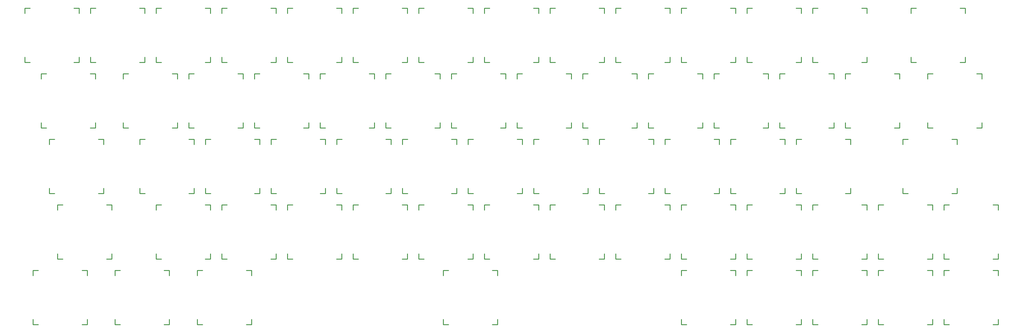
<source format=gto>
G04 Layer: TopSilkLayer*
G04 EasyEDA v6.4.7, 2020-11-18T11:17:11+08:00*
G04 fbb30233ba194d4b9104cbe7c287d4b3,98eef565fa774a6b8f51c3c50c7f61d6,10*
G04 Gerber Generator version 0.2*
G04 Scale: 100 percent, Rotated: No, Reflected: No *
G04 Dimensions in millimeters *
G04 leading zeros omitted , absolute positions ,3 integer and 3 decimal *
%FSLAX33Y33*%
%MOMM*%
G90*
D02*

%ADD10C,0.254000*%

%LPD*%
G54D10*
G01X52983Y1507D02*
G01X51459Y1507D01*
G01X51459Y3031D01*
G01X67208Y3031D02*
G01X67208Y1507D01*
G01X65684Y1507D01*
G01X65683Y17255D02*
G01X67207Y17255D01*
G01X67207Y15731D01*
G01X51459Y15731D02*
G01X51459Y17255D01*
G01X52983Y17255D01*
G01X29173Y1507D02*
G01X27649Y1507D01*
G01X27649Y3031D01*
G01X43398Y3031D02*
G01X43398Y1507D01*
G01X41874Y1507D01*
G01X41873Y17255D02*
G01X43397Y17255D01*
G01X43397Y15731D01*
G01X27649Y15731D02*
G01X27649Y17255D01*
G01X29173Y17255D01*
G01X5363Y1507D02*
G01X3839Y1507D01*
G01X3839Y3031D01*
G01X19588Y3031D02*
G01X19588Y1507D01*
G01X18064Y1507D01*
G01X18063Y17255D02*
G01X19587Y17255D01*
G01X19587Y15731D01*
G01X3839Y15731D02*
G01X3839Y17255D01*
G01X5363Y17255D01*
G01X10123Y39607D02*
G01X8599Y39607D01*
G01X8599Y41131D01*
G01X24348Y41131D02*
G01X24348Y39607D01*
G01X22824Y39607D01*
G01X22823Y55355D02*
G01X24347Y55355D01*
G01X24347Y53831D01*
G01X8599Y53831D02*
G01X8599Y55355D01*
G01X10123Y55355D01*
G01X12503Y20557D02*
G01X10979Y20557D01*
G01X10979Y22081D01*
G01X26728Y22081D02*
G01X26728Y20557D01*
G01X25204Y20557D01*
G01X25203Y36305D02*
G01X26727Y36305D01*
G01X26727Y34781D01*
G01X10979Y34781D02*
G01X10979Y36305D01*
G01X12503Y36305D01*
G01X260153Y77707D02*
G01X258629Y77707D01*
G01X258629Y79231D01*
G01X274378Y79231D02*
G01X274378Y77707D01*
G01X272854Y77707D01*
G01X272853Y93455D02*
G01X274377Y93455D01*
G01X274377Y91931D01*
G01X258629Y91931D02*
G01X258629Y93455D01*
G01X260153Y93455D01*
G01X257773Y39607D02*
G01X256249Y39607D01*
G01X256249Y41131D01*
G01X271998Y41131D02*
G01X271998Y39607D01*
G01X270474Y39607D01*
G01X270473Y55355D02*
G01X271997Y55355D01*
G01X271997Y53831D01*
G01X256249Y53831D02*
G01X256249Y55355D01*
G01X257773Y55355D01*
G01X269673Y1507D02*
G01X268149Y1507D01*
G01X268149Y3031D01*
G01X283898Y3031D02*
G01X283898Y1507D01*
G01X282374Y1507D01*
G01X282373Y17255D02*
G01X283897Y17255D01*
G01X283897Y15731D01*
G01X268149Y15731D02*
G01X268149Y17255D01*
G01X269673Y17255D01*
G01X250623Y1507D02*
G01X249099Y1507D01*
G01X249099Y3031D01*
G01X264848Y3031D02*
G01X264848Y1507D01*
G01X263324Y1507D01*
G01X263323Y17255D02*
G01X264847Y17255D01*
G01X264847Y15731D01*
G01X249099Y15731D02*
G01X249099Y17255D01*
G01X250623Y17255D01*
G01X231573Y1507D02*
G01X230049Y1507D01*
G01X230049Y3031D01*
G01X245798Y3031D02*
G01X245798Y1507D01*
G01X244274Y1507D01*
G01X244273Y17255D02*
G01X245797Y17255D01*
G01X245797Y15731D01*
G01X230049Y15731D02*
G01X230049Y17255D01*
G01X231573Y17255D01*
G01X212533Y1507D02*
G01X211009Y1507D01*
G01X211009Y3031D01*
G01X226758Y3031D02*
G01X226758Y1507D01*
G01X225234Y1507D01*
G01X225233Y17255D02*
G01X226757Y17255D01*
G01X226757Y15731D01*
G01X211009Y15731D02*
G01X211009Y17255D01*
G01X212533Y17255D01*
G01X193473Y1507D02*
G01X191949Y1507D01*
G01X191949Y3031D01*
G01X207698Y3031D02*
G01X207698Y1507D01*
G01X206174Y1507D01*
G01X206173Y17255D02*
G01X207697Y17255D01*
G01X207697Y15731D01*
G01X191949Y15731D02*
G01X191949Y17255D01*
G01X193473Y17255D01*
G01X269673Y20557D02*
G01X268149Y20557D01*
G01X268149Y22081D01*
G01X283898Y22081D02*
G01X283898Y20557D01*
G01X282374Y20557D01*
G01X282373Y36305D02*
G01X283897Y36305D01*
G01X283897Y34781D01*
G01X268149Y34781D02*
G01X268149Y36305D01*
G01X269673Y36305D01*
G01X250623Y20557D02*
G01X249099Y20557D01*
G01X249099Y22081D01*
G01X264848Y22081D02*
G01X264848Y20557D01*
G01X263324Y20557D01*
G01X263323Y36305D02*
G01X264847Y36305D01*
G01X264847Y34781D01*
G01X249099Y34781D02*
G01X249099Y36305D01*
G01X250623Y36305D01*
G01X231573Y20557D02*
G01X230049Y20557D01*
G01X230049Y22081D01*
G01X245798Y22081D02*
G01X245798Y20557D01*
G01X244274Y20557D01*
G01X244273Y36305D02*
G01X245797Y36305D01*
G01X245797Y34781D01*
G01X230049Y34781D02*
G01X230049Y36305D01*
G01X231573Y36305D01*
G01X212533Y20557D02*
G01X211009Y20557D01*
G01X211009Y22081D01*
G01X226758Y22081D02*
G01X226758Y20557D01*
G01X225234Y20557D01*
G01X225233Y36305D02*
G01X226757Y36305D01*
G01X226757Y34781D01*
G01X211009Y34781D02*
G01X211009Y36305D01*
G01X212533Y36305D01*
G01X193473Y20557D02*
G01X191949Y20557D01*
G01X191949Y22081D01*
G01X207698Y22081D02*
G01X207698Y20557D01*
G01X206174Y20557D01*
G01X206173Y36305D02*
G01X207697Y36305D01*
G01X207697Y34781D01*
G01X191949Y34781D02*
G01X191949Y36305D01*
G01X193473Y36305D01*
G01X174433Y20557D02*
G01X172909Y20557D01*
G01X172909Y22081D01*
G01X188658Y22081D02*
G01X188658Y20557D01*
G01X187134Y20557D01*
G01X187133Y36305D02*
G01X188657Y36305D01*
G01X188657Y34781D01*
G01X172909Y34781D02*
G01X172909Y36305D01*
G01X174433Y36305D01*
G01X155373Y20557D02*
G01X153849Y20557D01*
G01X153849Y22081D01*
G01X169598Y22081D02*
G01X169598Y20557D01*
G01X168074Y20557D01*
G01X168073Y36305D02*
G01X169597Y36305D01*
G01X169597Y34781D01*
G01X153849Y34781D02*
G01X153849Y36305D01*
G01X155373Y36305D01*
G01X136323Y20557D02*
G01X134799Y20557D01*
G01X134799Y22081D01*
G01X150548Y22081D02*
G01X150548Y20557D01*
G01X149024Y20557D01*
G01X149023Y36305D02*
G01X150547Y36305D01*
G01X150547Y34781D01*
G01X134799Y34781D02*
G01X134799Y36305D01*
G01X136323Y36305D01*
G01X117283Y20557D02*
G01X115759Y20557D01*
G01X115759Y22081D01*
G01X131508Y22081D02*
G01X131508Y20557D01*
G01X129984Y20557D01*
G01X129983Y36305D02*
G01X131507Y36305D01*
G01X131507Y34781D01*
G01X115759Y34781D02*
G01X115759Y36305D01*
G01X117283Y36305D01*
G01X98233Y20557D02*
G01X96709Y20557D01*
G01X96709Y22081D01*
G01X112458Y22081D02*
G01X112458Y20557D01*
G01X110934Y20557D01*
G01X110933Y36305D02*
G01X112457Y36305D01*
G01X112457Y34781D01*
G01X96709Y34781D02*
G01X96709Y36305D01*
G01X98233Y36305D01*
G01X79183Y20557D02*
G01X77659Y20557D01*
G01X77659Y22081D01*
G01X93408Y22081D02*
G01X93408Y20557D01*
G01X91884Y20557D01*
G01X91883Y36305D02*
G01X93407Y36305D01*
G01X93407Y34781D01*
G01X77659Y34781D02*
G01X77659Y36305D01*
G01X79183Y36305D01*
G01X60123Y20557D02*
G01X58599Y20557D01*
G01X58599Y22081D01*
G01X74348Y22081D02*
G01X74348Y20557D01*
G01X72824Y20557D01*
G01X72823Y36305D02*
G01X74347Y36305D01*
G01X74347Y34781D01*
G01X58599Y34781D02*
G01X58599Y36305D01*
G01X60123Y36305D01*
G01X41073Y20557D02*
G01X39549Y20557D01*
G01X39549Y22081D01*
G01X55298Y22081D02*
G01X55298Y20557D01*
G01X53774Y20557D01*
G01X53773Y36305D02*
G01X55297Y36305D01*
G01X55297Y34781D01*
G01X39549Y34781D02*
G01X39549Y36305D01*
G01X41073Y36305D01*
G01X226813Y39607D02*
G01X225289Y39607D01*
G01X225289Y41131D01*
G01X241038Y41131D02*
G01X241038Y39607D01*
G01X239514Y39607D01*
G01X239513Y55355D02*
G01X241037Y55355D01*
G01X241037Y53831D01*
G01X225289Y53831D02*
G01X225289Y55355D01*
G01X226813Y55355D01*
G01X207763Y39607D02*
G01X206239Y39607D01*
G01X206239Y41131D01*
G01X221988Y41131D02*
G01X221988Y39607D01*
G01X220464Y39607D01*
G01X220463Y55355D02*
G01X221987Y55355D01*
G01X221987Y53831D01*
G01X206239Y53831D02*
G01X206239Y55355D01*
G01X207763Y55355D01*
G01X188713Y39607D02*
G01X187189Y39607D01*
G01X187189Y41131D01*
G01X202938Y41131D02*
G01X202938Y39607D01*
G01X201414Y39607D01*
G01X201413Y55355D02*
G01X202937Y55355D01*
G01X202937Y53831D01*
G01X187189Y53831D02*
G01X187189Y55355D01*
G01X188713Y55355D01*
G01X169663Y39607D02*
G01X168139Y39607D01*
G01X168139Y41131D01*
G01X183888Y41131D02*
G01X183888Y39607D01*
G01X182364Y39607D01*
G01X182363Y55355D02*
G01X183887Y55355D01*
G01X183887Y53831D01*
G01X168139Y53831D02*
G01X168139Y55355D01*
G01X169663Y55355D01*
G01X150613Y39607D02*
G01X149089Y39607D01*
G01X149089Y41131D01*
G01X164838Y41131D02*
G01X164838Y39607D01*
G01X163314Y39607D01*
G01X163313Y55355D02*
G01X164837Y55355D01*
G01X164837Y53831D01*
G01X149089Y53831D02*
G01X149089Y55355D01*
G01X150613Y55355D01*
G01X131563Y39607D02*
G01X130039Y39607D01*
G01X130039Y41131D01*
G01X145788Y41131D02*
G01X145788Y39607D01*
G01X144264Y39607D01*
G01X144263Y55355D02*
G01X145787Y55355D01*
G01X145787Y53831D01*
G01X130039Y53831D02*
G01X130039Y55355D01*
G01X131563Y55355D01*
G01X112513Y39607D02*
G01X110989Y39607D01*
G01X110989Y41131D01*
G01X126738Y41131D02*
G01X126738Y39607D01*
G01X125214Y39607D01*
G01X125213Y55355D02*
G01X126737Y55355D01*
G01X126737Y53831D01*
G01X110989Y53831D02*
G01X110989Y55355D01*
G01X112513Y55355D01*
G01X93463Y39607D02*
G01X91939Y39607D01*
G01X91939Y41131D01*
G01X107688Y41131D02*
G01X107688Y39607D01*
G01X106164Y39607D01*
G01X106163Y55355D02*
G01X107687Y55355D01*
G01X107687Y53831D01*
G01X91939Y53831D02*
G01X91939Y55355D01*
G01X93463Y55355D01*
G01X74413Y39607D02*
G01X72889Y39607D01*
G01X72889Y41131D01*
G01X88638Y41131D02*
G01X88638Y39607D01*
G01X87114Y39607D01*
G01X87113Y55355D02*
G01X88637Y55355D01*
G01X88637Y53831D01*
G01X72889Y53831D02*
G01X72889Y55355D01*
G01X74413Y55355D01*
G01X55363Y39607D02*
G01X53839Y39607D01*
G01X53839Y41131D01*
G01X69588Y41131D02*
G01X69588Y39607D01*
G01X68064Y39607D01*
G01X68063Y55355D02*
G01X69587Y55355D01*
G01X69587Y53831D01*
G01X53839Y53831D02*
G01X53839Y55355D01*
G01X55363Y55355D01*
G01X36313Y39607D02*
G01X34789Y39607D01*
G01X34789Y41131D01*
G01X50538Y41131D02*
G01X50538Y39607D01*
G01X49014Y39607D01*
G01X49013Y55355D02*
G01X50537Y55355D01*
G01X50537Y53831D01*
G01X34789Y53831D02*
G01X34789Y55355D01*
G01X36313Y55355D01*
G01X241103Y58657D02*
G01X239579Y58657D01*
G01X239579Y60181D01*
G01X255328Y60181D02*
G01X255328Y58657D01*
G01X253804Y58657D01*
G01X253803Y74405D02*
G01X255327Y74405D01*
G01X255327Y72881D01*
G01X239579Y72881D02*
G01X239579Y74405D01*
G01X241103Y74405D01*
G01X222053Y58657D02*
G01X220529Y58657D01*
G01X220529Y60181D01*
G01X236278Y60181D02*
G01X236278Y58657D01*
G01X234754Y58657D01*
G01X234753Y74405D02*
G01X236277Y74405D01*
G01X236277Y72881D01*
G01X220529Y72881D02*
G01X220529Y74405D01*
G01X222053Y74405D01*
G01X203003Y58657D02*
G01X201479Y58657D01*
G01X201479Y60181D01*
G01X217228Y60181D02*
G01X217228Y58657D01*
G01X215704Y58657D01*
G01X215703Y74405D02*
G01X217227Y74405D01*
G01X217227Y72881D01*
G01X201479Y72881D02*
G01X201479Y74405D01*
G01X203003Y74405D01*
G01X183953Y58657D02*
G01X182429Y58657D01*
G01X182429Y60181D01*
G01X198178Y60181D02*
G01X198178Y58657D01*
G01X196654Y58657D01*
G01X196653Y74405D02*
G01X198177Y74405D01*
G01X198177Y72881D01*
G01X182429Y72881D02*
G01X182429Y74405D01*
G01X183953Y74405D01*
G01X164903Y58657D02*
G01X163379Y58657D01*
G01X163379Y60181D01*
G01X179128Y60181D02*
G01X179128Y58657D01*
G01X177604Y58657D01*
G01X177603Y74405D02*
G01X179127Y74405D01*
G01X179127Y72881D01*
G01X163379Y72881D02*
G01X163379Y74405D01*
G01X164903Y74405D01*
G01X145853Y58657D02*
G01X144329Y58657D01*
G01X144329Y60181D01*
G01X160078Y60181D02*
G01X160078Y58657D01*
G01X158554Y58657D01*
G01X158553Y74405D02*
G01X160077Y74405D01*
G01X160077Y72881D01*
G01X144329Y72881D02*
G01X144329Y74405D01*
G01X145853Y74405D01*
G01X126803Y58657D02*
G01X125279Y58657D01*
G01X125279Y60181D01*
G01X141028Y60181D02*
G01X141028Y58657D01*
G01X139504Y58657D01*
G01X139503Y74405D02*
G01X141027Y74405D01*
G01X141027Y72881D01*
G01X125279Y72881D02*
G01X125279Y74405D01*
G01X126803Y74405D01*
G01X107753Y58657D02*
G01X106229Y58657D01*
G01X106229Y60181D01*
G01X121978Y60181D02*
G01X121978Y58657D01*
G01X120454Y58657D01*
G01X120453Y74405D02*
G01X121977Y74405D01*
G01X121977Y72881D01*
G01X106229Y72881D02*
G01X106229Y74405D01*
G01X107753Y74405D01*
G01X88703Y58657D02*
G01X87179Y58657D01*
G01X87179Y60181D01*
G01X102928Y60181D02*
G01X102928Y58657D01*
G01X101404Y58657D01*
G01X101403Y74405D02*
G01X102927Y74405D01*
G01X102927Y72881D01*
G01X87179Y72881D02*
G01X87179Y74405D01*
G01X88703Y74405D01*
G01X69653Y58657D02*
G01X68129Y58657D01*
G01X68129Y60181D01*
G01X83878Y60181D02*
G01X83878Y58657D01*
G01X82354Y58657D01*
G01X82353Y74405D02*
G01X83877Y74405D01*
G01X83877Y72881D01*
G01X68129Y72881D02*
G01X68129Y74405D01*
G01X69653Y74405D01*
G01X50603Y58657D02*
G01X49079Y58657D01*
G01X49079Y60181D01*
G01X64828Y60181D02*
G01X64828Y58657D01*
G01X63304Y58657D01*
G01X63303Y74405D02*
G01X64827Y74405D01*
G01X64827Y72881D01*
G01X49079Y72881D02*
G01X49079Y74405D01*
G01X50603Y74405D01*
G01X31553Y58657D02*
G01X30029Y58657D01*
G01X30029Y60181D01*
G01X45778Y60181D02*
G01X45778Y58657D01*
G01X44254Y58657D01*
G01X44253Y74405D02*
G01X45777Y74405D01*
G01X45777Y72881D01*
G01X30029Y72881D02*
G01X30029Y74405D01*
G01X31553Y74405D01*
G01X231583Y77707D02*
G01X230059Y77707D01*
G01X230059Y79231D01*
G01X245808Y79231D02*
G01X245808Y77707D01*
G01X244284Y77707D01*
G01X244283Y93455D02*
G01X245807Y93455D01*
G01X245807Y91931D01*
G01X230059Y91931D02*
G01X230059Y93455D01*
G01X231583Y93455D01*
G01X212533Y77707D02*
G01X211009Y77707D01*
G01X211009Y79231D01*
G01X226758Y79231D02*
G01X226758Y77707D01*
G01X225234Y77707D01*
G01X225233Y93455D02*
G01X226757Y93455D01*
G01X226757Y91931D01*
G01X211009Y91931D02*
G01X211009Y93455D01*
G01X212533Y93455D01*
G01X193483Y77707D02*
G01X191959Y77707D01*
G01X191959Y79231D01*
G01X207708Y79231D02*
G01X207708Y77707D01*
G01X206184Y77707D01*
G01X206183Y93455D02*
G01X207707Y93455D01*
G01X207707Y91931D01*
G01X191959Y91931D02*
G01X191959Y93455D01*
G01X193483Y93455D01*
G01X174423Y77707D02*
G01X172899Y77707D01*
G01X172899Y79231D01*
G01X188648Y79231D02*
G01X188648Y77707D01*
G01X187124Y77707D01*
G01X187123Y93455D02*
G01X188647Y93455D01*
G01X188647Y91931D01*
G01X172899Y91931D02*
G01X172899Y93455D01*
G01X174423Y93455D01*
G01X155373Y77707D02*
G01X153849Y77707D01*
G01X153849Y79231D01*
G01X169598Y79231D02*
G01X169598Y77707D01*
G01X168074Y77707D01*
G01X168073Y93455D02*
G01X169597Y93455D01*
G01X169597Y91931D01*
G01X153849Y91931D02*
G01X153849Y93455D01*
G01X155373Y93455D01*
G01X136333Y77707D02*
G01X134809Y77707D01*
G01X134809Y79231D01*
G01X150558Y79231D02*
G01X150558Y77707D01*
G01X149034Y77707D01*
G01X149033Y93455D02*
G01X150557Y93455D01*
G01X150557Y91931D01*
G01X134809Y91931D02*
G01X134809Y93455D01*
G01X136333Y93455D01*
G01X117283Y77707D02*
G01X115759Y77707D01*
G01X115759Y79231D01*
G01X131508Y79231D02*
G01X131508Y77707D01*
G01X129984Y77707D01*
G01X129983Y93455D02*
G01X131507Y93455D01*
G01X131507Y91931D01*
G01X115759Y91931D02*
G01X115759Y93455D01*
G01X117283Y93455D01*
G01X98223Y77707D02*
G01X96699Y77707D01*
G01X96699Y79231D01*
G01X112448Y79231D02*
G01X112448Y77707D01*
G01X110924Y77707D01*
G01X110923Y93455D02*
G01X112447Y93455D01*
G01X112447Y91931D01*
G01X96699Y91931D02*
G01X96699Y93455D01*
G01X98223Y93455D01*
G01X79173Y77707D02*
G01X77649Y77707D01*
G01X77649Y79231D01*
G01X93398Y79231D02*
G01X93398Y77707D01*
G01X91874Y77707D01*
G01X91873Y93455D02*
G01X93397Y93455D01*
G01X93397Y91931D01*
G01X77649Y91931D02*
G01X77649Y93455D01*
G01X79173Y93455D01*
G01X60123Y77707D02*
G01X58599Y77707D01*
G01X58599Y79231D01*
G01X74348Y79231D02*
G01X74348Y77707D01*
G01X72824Y77707D01*
G01X72823Y93455D02*
G01X74347Y93455D01*
G01X74347Y91931D01*
G01X58599Y91931D02*
G01X58599Y93455D01*
G01X60123Y93455D01*
G01X41083Y77707D02*
G01X39559Y77707D01*
G01X39559Y79231D01*
G01X55308Y79231D02*
G01X55308Y77707D01*
G01X53784Y77707D01*
G01X53783Y93455D02*
G01X55307Y93455D01*
G01X55307Y91931D01*
G01X39559Y91931D02*
G01X39559Y93455D01*
G01X41083Y93455D01*
G01X22023Y77707D02*
G01X20499Y77707D01*
G01X20499Y79231D01*
G01X36248Y79231D02*
G01X36248Y77707D01*
G01X34724Y77707D01*
G01X34723Y93455D02*
G01X36247Y93455D01*
G01X36247Y91931D01*
G01X20499Y91931D02*
G01X20499Y93455D01*
G01X22023Y93455D01*
G01X2983Y77707D02*
G01X1459Y77707D01*
G01X1459Y79231D01*
G01X17208Y79231D02*
G01X17208Y77707D01*
G01X15684Y77707D01*
G01X15683Y93455D02*
G01X17207Y93455D01*
G01X17207Y91931D01*
G01X1459Y91931D02*
G01X1459Y93455D01*
G01X2983Y93455D01*
G01X264913Y58657D02*
G01X263389Y58657D01*
G01X263389Y60181D01*
G01X279138Y60181D02*
G01X279138Y58657D01*
G01X277614Y58657D01*
G01X277613Y74405D02*
G01X279137Y74405D01*
G01X279137Y72881D01*
G01X263389Y72881D02*
G01X263389Y74405D01*
G01X264913Y74405D01*
G01X7743Y58657D02*
G01X6219Y58657D01*
G01X6219Y60181D01*
G01X21968Y60181D02*
G01X21968Y58657D01*
G01X20444Y58657D01*
G01X20443Y74405D02*
G01X21967Y74405D01*
G01X21967Y72881D01*
G01X6219Y72881D02*
G01X6219Y74405D01*
G01X7743Y74405D01*
G01X124423Y1507D02*
G01X122899Y1507D01*
G01X122899Y3031D01*
G01X138648Y3031D02*
G01X138648Y1507D01*
G01X137124Y1507D01*
G01X137123Y17255D02*
G01X138647Y17255D01*
G01X138647Y15731D01*
G01X122899Y15731D02*
G01X122899Y17255D01*
G01X124423Y17255D01*
M00*
M02*

</source>
